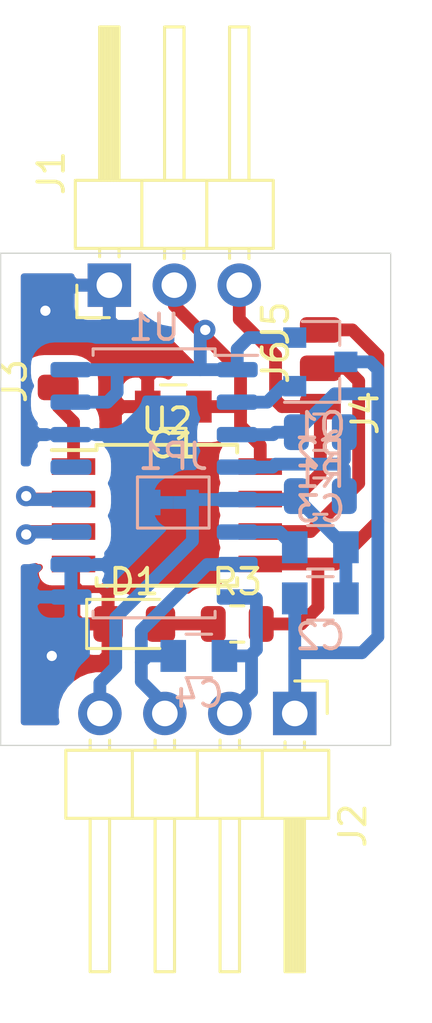
<source format=kicad_pcb>
(kicad_pcb (version 20171130) (host pcbnew "(5.1.5)-2")

  (general
    (thickness 1.6)
    (drawings 4)
    (tracks 112)
    (zones 0)
    (modules 18)
    (nets 17)
  )

  (page A4)
  (layers
    (0 F.Cu signal)
    (31 B.Cu signal)
    (32 B.Adhes user)
    (33 F.Adhes user)
    (34 B.Paste user)
    (35 F.Paste user)
    (36 B.SilkS user hide)
    (37 F.SilkS user hide)
    (38 B.Mask user)
    (39 F.Mask user)
    (40 Dwgs.User user)
    (41 Cmts.User user)
    (42 Eco1.User user)
    (43 Eco2.User user)
    (44 Edge.Cuts user)
    (45 Margin user)
    (46 B.CrtYd user)
    (47 F.CrtYd user)
    (48 B.Fab user)
    (49 F.Fab user)
  )

  (setup
    (last_trace_width 0.5)
    (user_trace_width 0.5)
    (trace_clearance 0.2)
    (zone_clearance 0.762)
    (zone_45_only no)
    (trace_min 0.2)
    (via_size 0.8)
    (via_drill 0.4)
    (via_min_size 0.4)
    (via_min_drill 0.3)
    (user_via 2.5 0.8)
    (uvia_size 0.3)
    (uvia_drill 0.1)
    (uvias_allowed no)
    (uvia_min_size 0.2)
    (uvia_min_drill 0.1)
    (edge_width 0.05)
    (segment_width 0.2)
    (pcb_text_width 0.3)
    (pcb_text_size 1.5 1.5)
    (mod_edge_width 0.12)
    (mod_text_size 1 1)
    (mod_text_width 0.15)
    (pad_size 2 2)
    (pad_drill 0)
    (pad_to_mask_clearance 0.051)
    (solder_mask_min_width 0.25)
    (aux_axis_origin 0 0)
    (visible_elements 7FFFFFFF)
    (pcbplotparams
      (layerselection 0x010fc_ffffffff)
      (usegerberextensions false)
      (usegerberattributes false)
      (usegerberadvancedattributes false)
      (creategerberjobfile false)
      (excludeedgelayer true)
      (linewidth 0.100000)
      (plotframeref false)
      (viasonmask false)
      (mode 1)
      (useauxorigin false)
      (hpglpennumber 1)
      (hpglpenspeed 20)
      (hpglpendiameter 15.000000)
      (psnegative false)
      (psa4output false)
      (plotreference true)
      (plotvalue true)
      (plotinvisibletext false)
      (padsonsilk false)
      (subtractmaskfromsilk false)
      (outputformat 1)
      (mirror false)
      (drillshape 1)
      (scaleselection 1)
      (outputdirectory ""))
  )

  (net 0 "")
  (net 1 VCC)
  (net 2 GND)
  (net 3 VDDA)
  (net 4 "Net-(C3-Pad2)")
  (net 5 INPA)
  (net 6 INNA)
  (net 7 "Net-(D1-Pad2)")
  (net 8 SCK_OUT)
  (net 9 RST)
  (net 10 MOSI)
  (net 11 MISO)
  (net 12 "Net-(Q1-Pad1)")
  (net 13 "Net-(R1-Pad2)")
  (net 14 SCK)
  (net 15 DOUT)
  (net 16 GNDA)

  (net_class Default "This is the default net class."
    (clearance 0.2)
    (trace_width 0.25)
    (via_dia 0.8)
    (via_drill 0.4)
    (uvia_dia 0.3)
    (uvia_drill 0.1)
    (add_net DOUT)
    (add_net GND)
    (add_net GNDA)
    (add_net INNA)
    (add_net INPA)
    (add_net MISO)
    (add_net MOSI)
    (add_net "Net-(C3-Pad2)")
    (add_net "Net-(D1-Pad2)")
    (add_net "Net-(Q1-Pad1)")
    (add_net "Net-(R1-Pad2)")
    (add_net RST)
    (add_net SCK)
    (add_net SCK_OUT)
    (add_net VCC)
    (add_net VDDA)
  )

  (module void_foot:AnalogGND_jumper (layer B.Cu) (tedit 5ED69AD5) (tstamp 5ED6A436)
    (at 93.5 80.75 180)
    (descr "SMD Solder Jumper, 1x1.5mm Pads, 0.3mm gap, bridged with 1 copper strip")
    (tags "solder jumper open")
    (path /5ED82409)
    (zone_connect 2)
    (attr virtual)
    (fp_text reference JP1 (at 0 1.8) (layer B.SilkS)
      (effects (font (size 1 1) (thickness 0.15)) (justify mirror))
    )
    (fp_text value Jumper (at 0 -1.9) (layer B.Fab)
      (effects (font (size 1 1) (thickness 0.15)) (justify mirror))
    )
    (fp_line (start 1.65 -1.25) (end -1.65 -1.25) (layer B.CrtYd) (width 0.05))
    (fp_line (start 1.65 -1.25) (end 1.65 1.25) (layer B.CrtYd) (width 0.05))
    (fp_line (start -1.65 1.25) (end -1.65 -1.25) (layer B.CrtYd) (width 0.05))
    (fp_line (start -1.65 1.25) (end 1.65 1.25) (layer B.CrtYd) (width 0.05))
    (fp_line (start -1.4 1) (end 1.4 1) (layer B.SilkS) (width 0.12))
    (fp_line (start 1.4 1) (end 1.4 -1) (layer B.SilkS) (width 0.12))
    (fp_line (start 1.4 -1) (end -1.4 -1) (layer B.SilkS) (width 0.12))
    (fp_line (start -1.4 -1) (end -1.4 1) (layer B.SilkS) (width 0.12))
    (pad 2 smd rect (at 0.75 0 180) (size 0.5 1) (layers B.Cu B.Mask)
      (net 2 GND) (zone_connect 2))
    (pad 1 smd rect (at -0.75 0 180) (size 0.5 1) (layers B.Cu B.Mask)
      (net 16 GNDA) (zone_connect 2))
    (pad 2 smd rect (at 0.5 0 180) (size 1 0.5) (layers B.Cu B.Mask)
      (net 2 GND) (zone_connect 2))
    (pad 1 smd rect (at -0.5 0 180) (size 1 0.5) (layers B.Cu B.Mask)
      (net 16 GNDA) (zone_connect 2))
  )

  (module LED_SMD:LED_0805_2012Metric_Pad1.15x1.40mm_HandSolder (layer F.Cu) (tedit 5B4B45C9) (tstamp 5ED56464)
    (at 91.975 85.5)
    (descr "LED SMD 0805 (2012 Metric), square (rectangular) end terminal, IPC_7351 nominal, (Body size source: https://docs.google.com/spreadsheets/d/1BsfQQcO9C6DZCsRaXUlFlo91Tg2WpOkGARC1WS5S8t0/edit?usp=sharing), generated with kicad-footprint-generator")
    (tags "LED handsolder")
    (path /5ED6D0F8)
    (attr smd)
    (fp_text reference D1 (at 0 -1.65) (layer F.SilkS)
      (effects (font (size 1 1) (thickness 0.15)))
    )
    (fp_text value LED (at 0 1.65) (layer F.Fab)
      (effects (font (size 1 1) (thickness 0.15)))
    )
    (fp_line (start 1 -0.6) (end -0.7 -0.6) (layer F.Fab) (width 0.1))
    (fp_line (start -0.7 -0.6) (end -1 -0.3) (layer F.Fab) (width 0.1))
    (fp_line (start -1 -0.3) (end -1 0.6) (layer F.Fab) (width 0.1))
    (fp_line (start -1 0.6) (end 1 0.6) (layer F.Fab) (width 0.1))
    (fp_line (start 1 0.6) (end 1 -0.6) (layer F.Fab) (width 0.1))
    (fp_line (start 1 -0.96) (end -1.86 -0.96) (layer F.SilkS) (width 0.12))
    (fp_line (start -1.86 -0.96) (end -1.86 0.96) (layer F.SilkS) (width 0.12))
    (fp_line (start -1.86 0.96) (end 1 0.96) (layer F.SilkS) (width 0.12))
    (fp_line (start -1.85 0.95) (end -1.85 -0.95) (layer F.CrtYd) (width 0.05))
    (fp_line (start -1.85 -0.95) (end 1.85 -0.95) (layer F.CrtYd) (width 0.05))
    (fp_line (start 1.85 -0.95) (end 1.85 0.95) (layer F.CrtYd) (width 0.05))
    (fp_line (start 1.85 0.95) (end -1.85 0.95) (layer F.CrtYd) (width 0.05))
    (fp_text user %R (at 0 0) (layer F.Fab)
      (effects (font (size 0.5 0.5) (thickness 0.08)))
    )
    (pad 1 smd roundrect (at -1.025 0) (size 1.15 1.4) (layers F.Cu F.Paste F.Mask) (roundrect_rratio 0.217391)
      (net 2 GND))
    (pad 2 smd roundrect (at 1.025 0) (size 1.15 1.4) (layers F.Cu F.Paste F.Mask) (roundrect_rratio 0.217391)
      (net 7 "Net-(D1-Pad2)"))
    (model ${KISYS3DMOD}/LED_SMD.3dshapes/LED_0805_2012Metric.wrl
      (at (xyz 0 0 0))
      (scale (xyz 1 1 1))
      (rotate (xyz 0 0 0))
    )
  )

  (module Pin_Headers:Pin_Header_Angled_1x03_Pitch2.54mm (layer F.Cu) (tedit 59650532) (tstamp 5ED55733)
    (at 91 72.25 90)
    (descr "Through hole angled pin header, 1x03, 2.54mm pitch, 6mm pin length, single row")
    (tags "Through hole angled pin header THT 1x03 2.54mm single row")
    (path /5ED56866)
    (fp_text reference J1 (at 4.385 -2.27 90) (layer F.SilkS)
      (effects (font (size 1 1) (thickness 0.15)))
    )
    (fp_text value Conn_01x03_Male (at 4.385 7.35 90) (layer F.Fab)
      (effects (font (size 1 1) (thickness 0.15)))
    )
    (fp_text user %R (at 2.77 2.54) (layer F.Fab)
      (effects (font (size 1 1) (thickness 0.15)))
    )
    (fp_line (start 10.55 -1.8) (end -1.8 -1.8) (layer F.CrtYd) (width 0.05))
    (fp_line (start 10.55 6.85) (end 10.55 -1.8) (layer F.CrtYd) (width 0.05))
    (fp_line (start -1.8 6.85) (end 10.55 6.85) (layer F.CrtYd) (width 0.05))
    (fp_line (start -1.8 -1.8) (end -1.8 6.85) (layer F.CrtYd) (width 0.05))
    (fp_line (start -1.27 -1.27) (end 0 -1.27) (layer F.SilkS) (width 0.12))
    (fp_line (start -1.27 0) (end -1.27 -1.27) (layer F.SilkS) (width 0.12))
    (fp_line (start 1.042929 5.46) (end 1.44 5.46) (layer F.SilkS) (width 0.12))
    (fp_line (start 1.042929 4.7) (end 1.44 4.7) (layer F.SilkS) (width 0.12))
    (fp_line (start 10.1 5.46) (end 4.1 5.46) (layer F.SilkS) (width 0.12))
    (fp_line (start 10.1 4.7) (end 10.1 5.46) (layer F.SilkS) (width 0.12))
    (fp_line (start 4.1 4.7) (end 10.1 4.7) (layer F.SilkS) (width 0.12))
    (fp_line (start 1.44 3.81) (end 4.1 3.81) (layer F.SilkS) (width 0.12))
    (fp_line (start 1.042929 2.92) (end 1.44 2.92) (layer F.SilkS) (width 0.12))
    (fp_line (start 1.042929 2.16) (end 1.44 2.16) (layer F.SilkS) (width 0.12))
    (fp_line (start 10.1 2.92) (end 4.1 2.92) (layer F.SilkS) (width 0.12))
    (fp_line (start 10.1 2.16) (end 10.1 2.92) (layer F.SilkS) (width 0.12))
    (fp_line (start 4.1 2.16) (end 10.1 2.16) (layer F.SilkS) (width 0.12))
    (fp_line (start 1.44 1.27) (end 4.1 1.27) (layer F.SilkS) (width 0.12))
    (fp_line (start 1.11 0.38) (end 1.44 0.38) (layer F.SilkS) (width 0.12))
    (fp_line (start 1.11 -0.38) (end 1.44 -0.38) (layer F.SilkS) (width 0.12))
    (fp_line (start 4.1 0.28) (end 10.1 0.28) (layer F.SilkS) (width 0.12))
    (fp_line (start 4.1 0.16) (end 10.1 0.16) (layer F.SilkS) (width 0.12))
    (fp_line (start 4.1 0.04) (end 10.1 0.04) (layer F.SilkS) (width 0.12))
    (fp_line (start 4.1 -0.08) (end 10.1 -0.08) (layer F.SilkS) (width 0.12))
    (fp_line (start 4.1 -0.2) (end 10.1 -0.2) (layer F.SilkS) (width 0.12))
    (fp_line (start 4.1 -0.32) (end 10.1 -0.32) (layer F.SilkS) (width 0.12))
    (fp_line (start 10.1 0.38) (end 4.1 0.38) (layer F.SilkS) (width 0.12))
    (fp_line (start 10.1 -0.38) (end 10.1 0.38) (layer F.SilkS) (width 0.12))
    (fp_line (start 4.1 -0.38) (end 10.1 -0.38) (layer F.SilkS) (width 0.12))
    (fp_line (start 4.1 -1.33) (end 1.44 -1.33) (layer F.SilkS) (width 0.12))
    (fp_line (start 4.1 6.41) (end 4.1 -1.33) (layer F.SilkS) (width 0.12))
    (fp_line (start 1.44 6.41) (end 4.1 6.41) (layer F.SilkS) (width 0.12))
    (fp_line (start 1.44 -1.33) (end 1.44 6.41) (layer F.SilkS) (width 0.12))
    (fp_line (start 4.04 5.4) (end 10.04 5.4) (layer F.Fab) (width 0.1))
    (fp_line (start 10.04 4.76) (end 10.04 5.4) (layer F.Fab) (width 0.1))
    (fp_line (start 4.04 4.76) (end 10.04 4.76) (layer F.Fab) (width 0.1))
    (fp_line (start -0.32 5.4) (end 1.5 5.4) (layer F.Fab) (width 0.1))
    (fp_line (start -0.32 4.76) (end -0.32 5.4) (layer F.Fab) (width 0.1))
    (fp_line (start -0.32 4.76) (end 1.5 4.76) (layer F.Fab) (width 0.1))
    (fp_line (start 4.04 2.86) (end 10.04 2.86) (layer F.Fab) (width 0.1))
    (fp_line (start 10.04 2.22) (end 10.04 2.86) (layer F.Fab) (width 0.1))
    (fp_line (start 4.04 2.22) (end 10.04 2.22) (layer F.Fab) (width 0.1))
    (fp_line (start -0.32 2.86) (end 1.5 2.86) (layer F.Fab) (width 0.1))
    (fp_line (start -0.32 2.22) (end -0.32 2.86) (layer F.Fab) (width 0.1))
    (fp_line (start -0.32 2.22) (end 1.5 2.22) (layer F.Fab) (width 0.1))
    (fp_line (start 4.04 0.32) (end 10.04 0.32) (layer F.Fab) (width 0.1))
    (fp_line (start 10.04 -0.32) (end 10.04 0.32) (layer F.Fab) (width 0.1))
    (fp_line (start 4.04 -0.32) (end 10.04 -0.32) (layer F.Fab) (width 0.1))
    (fp_line (start -0.32 0.32) (end 1.5 0.32) (layer F.Fab) (width 0.1))
    (fp_line (start -0.32 -0.32) (end -0.32 0.32) (layer F.Fab) (width 0.1))
    (fp_line (start -0.32 -0.32) (end 1.5 -0.32) (layer F.Fab) (width 0.1))
    (fp_line (start 1.5 -0.635) (end 2.135 -1.27) (layer F.Fab) (width 0.1))
    (fp_line (start 1.5 6.35) (end 1.5 -0.635) (layer F.Fab) (width 0.1))
    (fp_line (start 4.04 6.35) (end 1.5 6.35) (layer F.Fab) (width 0.1))
    (fp_line (start 4.04 -1.27) (end 4.04 6.35) (layer F.Fab) (width 0.1))
    (fp_line (start 2.135 -1.27) (end 4.04 -1.27) (layer F.Fab) (width 0.1))
    (pad 3 thru_hole oval (at 0 5.08 90) (size 1.7 1.7) (drill 1) (layers *.Cu *.Mask)
      (net 8 SCK_OUT))
    (pad 2 thru_hole oval (at 0 2.54 90) (size 1.7 1.7) (drill 1) (layers *.Cu *.Mask)
      (net 1 VCC))
    (pad 1 thru_hole rect (at 0 0 90) (size 1.7 1.7) (drill 1) (layers *.Cu *.Mask)
      (net 2 GND))
    (model ${KISYS3DMOD}/Pin_Headers.3dshapes/Pin_Header_Angled_1x03_Pitch2.54mm.wrl
      (at (xyz 0 0 0))
      (scale (xyz 1 1 1))
      (rotate (xyz 0 0 0))
    )
  )

  (module Pin_Headers:Pin_Header_Angled_1x04_Pitch2.54mm (layer F.Cu) (tedit 59650532) (tstamp 5ED585D4)
    (at 98.25 89 270)
    (descr "Through hole angled pin header, 1x04, 2.54mm pitch, 6mm pin length, single row")
    (tags "Through hole angled pin header THT 1x04 2.54mm single row")
    (path /5ED55F90)
    (fp_text reference J2 (at 4.385 -2.27 90) (layer F.SilkS)
      (effects (font (size 1 1) (thickness 0.15)))
    )
    (fp_text value Conn_01x04_Female (at 4.385 9.89 90) (layer F.Fab)
      (effects (font (size 1 1) (thickness 0.15)))
    )
    (fp_text user %R (at 2.77 3.81) (layer F.Fab)
      (effects (font (size 1 1) (thickness 0.15)))
    )
    (fp_line (start 10.55 -1.8) (end -1.8 -1.8) (layer F.CrtYd) (width 0.05))
    (fp_line (start 10.55 9.4) (end 10.55 -1.8) (layer F.CrtYd) (width 0.05))
    (fp_line (start -1.8 9.4) (end 10.55 9.4) (layer F.CrtYd) (width 0.05))
    (fp_line (start -1.8 -1.8) (end -1.8 9.4) (layer F.CrtYd) (width 0.05))
    (fp_line (start -1.27 -1.27) (end 0 -1.27) (layer F.SilkS) (width 0.12))
    (fp_line (start -1.27 0) (end -1.27 -1.27) (layer F.SilkS) (width 0.12))
    (fp_line (start 1.042929 8) (end 1.44 8) (layer F.SilkS) (width 0.12))
    (fp_line (start 1.042929 7.24) (end 1.44 7.24) (layer F.SilkS) (width 0.12))
    (fp_line (start 10.1 8) (end 4.1 8) (layer F.SilkS) (width 0.12))
    (fp_line (start 10.1 7.24) (end 10.1 8) (layer F.SilkS) (width 0.12))
    (fp_line (start 4.1 7.24) (end 10.1 7.24) (layer F.SilkS) (width 0.12))
    (fp_line (start 1.44 6.35) (end 4.1 6.35) (layer F.SilkS) (width 0.12))
    (fp_line (start 1.042929 5.46) (end 1.44 5.46) (layer F.SilkS) (width 0.12))
    (fp_line (start 1.042929 4.7) (end 1.44 4.7) (layer F.SilkS) (width 0.12))
    (fp_line (start 10.1 5.46) (end 4.1 5.46) (layer F.SilkS) (width 0.12))
    (fp_line (start 10.1 4.7) (end 10.1 5.46) (layer F.SilkS) (width 0.12))
    (fp_line (start 4.1 4.7) (end 10.1 4.7) (layer F.SilkS) (width 0.12))
    (fp_line (start 1.44 3.81) (end 4.1 3.81) (layer F.SilkS) (width 0.12))
    (fp_line (start 1.042929 2.92) (end 1.44 2.92) (layer F.SilkS) (width 0.12))
    (fp_line (start 1.042929 2.16) (end 1.44 2.16) (layer F.SilkS) (width 0.12))
    (fp_line (start 10.1 2.92) (end 4.1 2.92) (layer F.SilkS) (width 0.12))
    (fp_line (start 10.1 2.16) (end 10.1 2.92) (layer F.SilkS) (width 0.12))
    (fp_line (start 4.1 2.16) (end 10.1 2.16) (layer F.SilkS) (width 0.12))
    (fp_line (start 1.44 1.27) (end 4.1 1.27) (layer F.SilkS) (width 0.12))
    (fp_line (start 1.11 0.38) (end 1.44 0.38) (layer F.SilkS) (width 0.12))
    (fp_line (start 1.11 -0.38) (end 1.44 -0.38) (layer F.SilkS) (width 0.12))
    (fp_line (start 4.1 0.28) (end 10.1 0.28) (layer F.SilkS) (width 0.12))
    (fp_line (start 4.1 0.16) (end 10.1 0.16) (layer F.SilkS) (width 0.12))
    (fp_line (start 4.1 0.04) (end 10.1 0.04) (layer F.SilkS) (width 0.12))
    (fp_line (start 4.1 -0.08) (end 10.1 -0.08) (layer F.SilkS) (width 0.12))
    (fp_line (start 4.1 -0.2) (end 10.1 -0.2) (layer F.SilkS) (width 0.12))
    (fp_line (start 4.1 -0.32) (end 10.1 -0.32) (layer F.SilkS) (width 0.12))
    (fp_line (start 10.1 0.38) (end 4.1 0.38) (layer F.SilkS) (width 0.12))
    (fp_line (start 10.1 -0.38) (end 10.1 0.38) (layer F.SilkS) (width 0.12))
    (fp_line (start 4.1 -0.38) (end 10.1 -0.38) (layer F.SilkS) (width 0.12))
    (fp_line (start 4.1 -1.33) (end 1.44 -1.33) (layer F.SilkS) (width 0.12))
    (fp_line (start 4.1 8.95) (end 4.1 -1.33) (layer F.SilkS) (width 0.12))
    (fp_line (start 1.44 8.95) (end 4.1 8.95) (layer F.SilkS) (width 0.12))
    (fp_line (start 1.44 -1.33) (end 1.44 8.95) (layer F.SilkS) (width 0.12))
    (fp_line (start 4.04 7.94) (end 10.04 7.94) (layer F.Fab) (width 0.1))
    (fp_line (start 10.04 7.3) (end 10.04 7.94) (layer F.Fab) (width 0.1))
    (fp_line (start 4.04 7.3) (end 10.04 7.3) (layer F.Fab) (width 0.1))
    (fp_line (start -0.32 7.94) (end 1.5 7.94) (layer F.Fab) (width 0.1))
    (fp_line (start -0.32 7.3) (end -0.32 7.94) (layer F.Fab) (width 0.1))
    (fp_line (start -0.32 7.3) (end 1.5 7.3) (layer F.Fab) (width 0.1))
    (fp_line (start 4.04 5.4) (end 10.04 5.4) (layer F.Fab) (width 0.1))
    (fp_line (start 10.04 4.76) (end 10.04 5.4) (layer F.Fab) (width 0.1))
    (fp_line (start 4.04 4.76) (end 10.04 4.76) (layer F.Fab) (width 0.1))
    (fp_line (start -0.32 5.4) (end 1.5 5.4) (layer F.Fab) (width 0.1))
    (fp_line (start -0.32 4.76) (end -0.32 5.4) (layer F.Fab) (width 0.1))
    (fp_line (start -0.32 4.76) (end 1.5 4.76) (layer F.Fab) (width 0.1))
    (fp_line (start 4.04 2.86) (end 10.04 2.86) (layer F.Fab) (width 0.1))
    (fp_line (start 10.04 2.22) (end 10.04 2.86) (layer F.Fab) (width 0.1))
    (fp_line (start 4.04 2.22) (end 10.04 2.22) (layer F.Fab) (width 0.1))
    (fp_line (start -0.32 2.86) (end 1.5 2.86) (layer F.Fab) (width 0.1))
    (fp_line (start -0.32 2.22) (end -0.32 2.86) (layer F.Fab) (width 0.1))
    (fp_line (start -0.32 2.22) (end 1.5 2.22) (layer F.Fab) (width 0.1))
    (fp_line (start 4.04 0.32) (end 10.04 0.32) (layer F.Fab) (width 0.1))
    (fp_line (start 10.04 -0.32) (end 10.04 0.32) (layer F.Fab) (width 0.1))
    (fp_line (start 4.04 -0.32) (end 10.04 -0.32) (layer F.Fab) (width 0.1))
    (fp_line (start -0.32 0.32) (end 1.5 0.32) (layer F.Fab) (width 0.1))
    (fp_line (start -0.32 -0.32) (end -0.32 0.32) (layer F.Fab) (width 0.1))
    (fp_line (start -0.32 -0.32) (end 1.5 -0.32) (layer F.Fab) (width 0.1))
    (fp_line (start 1.5 -0.635) (end 2.135 -1.27) (layer F.Fab) (width 0.1))
    (fp_line (start 1.5 8.89) (end 1.5 -0.635) (layer F.Fab) (width 0.1))
    (fp_line (start 4.04 8.89) (end 1.5 8.89) (layer F.Fab) (width 0.1))
    (fp_line (start 4.04 -1.27) (end 4.04 8.89) (layer F.Fab) (width 0.1))
    (fp_line (start 2.135 -1.27) (end 4.04 -1.27) (layer F.Fab) (width 0.1))
    (pad 4 thru_hole oval (at 0 7.62 270) (size 1.7 1.7) (drill 1) (layers *.Cu *.Mask)
      (net 16 GNDA))
    (pad 3 thru_hole oval (at 0 5.08 270) (size 1.7 1.7) (drill 1) (layers *.Cu *.Mask)
      (net 6 INNA))
    (pad 2 thru_hole oval (at 0 2.54 270) (size 1.7 1.7) (drill 1) (layers *.Cu *.Mask)
      (net 5 INPA))
    (pad 1 thru_hole rect (at 0 0 270) (size 1.7 1.7) (drill 1) (layers *.Cu *.Mask)
      (net 3 VDDA))
    (model ${KISYS3DMOD}/Pin_Headers.3dshapes/Pin_Header_Angled_1x04_Pitch2.54mm.wrl
      (at (xyz 0 0 0))
      (scale (xyz 1 1 1))
      (rotate (xyz 0 0 0))
    )
  )

  (module TO_SOT_Packages_SMD:SOT-23 (layer B.Cu) (tedit 58CE4E7E) (tstamp 5ED557B9)
    (at 99.25 75.25)
    (descr "SOT-23, Standard")
    (tags SOT-23)
    (path /5ED5A07F)
    (attr smd)
    (fp_text reference Q1 (at 0 2.5) (layer B.SilkS)
      (effects (font (size 1 1) (thickness 0.15)) (justify mirror))
    )
    (fp_text value Q_PNP_BEC (at 0 -2.5) (layer B.Fab)
      (effects (font (size 1 1) (thickness 0.15)) (justify mirror))
    )
    (fp_line (start 0.76 -1.58) (end -0.7 -1.58) (layer B.SilkS) (width 0.12))
    (fp_line (start 0.76 1.58) (end -1.4 1.58) (layer B.SilkS) (width 0.12))
    (fp_line (start -1.7 -1.75) (end -1.7 1.75) (layer B.CrtYd) (width 0.05))
    (fp_line (start 1.7 -1.75) (end -1.7 -1.75) (layer B.CrtYd) (width 0.05))
    (fp_line (start 1.7 1.75) (end 1.7 -1.75) (layer B.CrtYd) (width 0.05))
    (fp_line (start -1.7 1.75) (end 1.7 1.75) (layer B.CrtYd) (width 0.05))
    (fp_line (start 0.76 1.58) (end 0.76 0.65) (layer B.SilkS) (width 0.12))
    (fp_line (start 0.76 -1.58) (end 0.76 -0.65) (layer B.SilkS) (width 0.12))
    (fp_line (start -0.7 -1.52) (end 0.7 -1.52) (layer B.Fab) (width 0.1))
    (fp_line (start 0.7 1.52) (end 0.7 -1.52) (layer B.Fab) (width 0.1))
    (fp_line (start -0.7 0.95) (end -0.15 1.52) (layer B.Fab) (width 0.1))
    (fp_line (start -0.15 1.52) (end 0.7 1.52) (layer B.Fab) (width 0.1))
    (fp_line (start -0.7 0.95) (end -0.7 -1.5) (layer B.Fab) (width 0.1))
    (fp_text user %R (at 0 0 -90) (layer B.Fab)
      (effects (font (size 0.5 0.5) (thickness 0.075)) (justify mirror))
    )
    (pad 3 smd rect (at 1 0) (size 0.9 0.8) (layers B.Cu B.Paste B.Mask)
      (net 3 VDDA))
    (pad 2 smd rect (at -1 -0.95) (size 0.9 0.8) (layers B.Cu B.Paste B.Mask)
      (net 1 VCC))
    (pad 1 smd rect (at -1 0.95) (size 0.9 0.8) (layers B.Cu B.Paste B.Mask)
      (net 12 "Net-(Q1-Pad1)"))
    (model ${KISYS3DMOD}/TO_SOT_Packages_SMD.3dshapes/SOT-23.wrl
      (at (xyz 0 0 0))
      (scale (xyz 1 1 1))
      (rotate (xyz 0 0 0))
    )
  )

  (module Capacitors_SMD:C_0805 (layer F.Cu) (tedit 58AA8463) (tstamp 5ED56912)
    (at 93.5 77 180)
    (descr "Capacitor SMD 0805, reflow soldering, AVX (see smccp.pdf)")
    (tags "capacitor 0805")
    (path /5ED6E7F7)
    (attr smd)
    (fp_text reference C1 (at 0 -1.5) (layer F.SilkS)
      (effects (font (size 1 1) (thickness 0.15)))
    )
    (fp_text value 4.7u (at 0 1.75) (layer F.Fab)
      (effects (font (size 1 1) (thickness 0.15)))
    )
    (fp_text user %R (at 0 -1.5) (layer F.Fab)
      (effects (font (size 1 1) (thickness 0.15)))
    )
    (fp_line (start -1 0.62) (end -1 -0.62) (layer F.Fab) (width 0.1))
    (fp_line (start 1 0.62) (end -1 0.62) (layer F.Fab) (width 0.1))
    (fp_line (start 1 -0.62) (end 1 0.62) (layer F.Fab) (width 0.1))
    (fp_line (start -1 -0.62) (end 1 -0.62) (layer F.Fab) (width 0.1))
    (fp_line (start 0.5 -0.85) (end -0.5 -0.85) (layer F.SilkS) (width 0.12))
    (fp_line (start -0.5 0.85) (end 0.5 0.85) (layer F.SilkS) (width 0.12))
    (fp_line (start -1.75 -0.88) (end 1.75 -0.88) (layer F.CrtYd) (width 0.05))
    (fp_line (start -1.75 -0.88) (end -1.75 0.87) (layer F.CrtYd) (width 0.05))
    (fp_line (start 1.75 0.87) (end 1.75 -0.88) (layer F.CrtYd) (width 0.05))
    (fp_line (start 1.75 0.87) (end -1.75 0.87) (layer F.CrtYd) (width 0.05))
    (pad 1 smd rect (at -1 0 180) (size 1 1.25) (layers F.Cu F.Paste F.Mask)
      (net 1 VCC))
    (pad 2 smd rect (at 1 0 180) (size 1 1.25) (layers F.Cu F.Paste F.Mask)
      (net 2 GND))
    (model Capacitors_SMD.3dshapes/C_0805.wrl
      (at (xyz 0 0 0))
      (scale (xyz 1 1 1))
      (rotate (xyz 0 0 0))
    )
  )

  (module Capacitors_SMD:C_0805 (layer B.Cu) (tedit 58AA8463) (tstamp 5ED56922)
    (at 99.25 84.5)
    (descr "Capacitor SMD 0805, reflow soldering, AVX (see smccp.pdf)")
    (tags "capacitor 0805")
    (path /5EDB36A8)
    (attr smd)
    (fp_text reference C2 (at 0 1.5) (layer B.SilkS)
      (effects (font (size 1 1) (thickness 0.15)) (justify mirror))
    )
    (fp_text value 1u (at 0 -1.75) (layer B.Fab)
      (effects (font (size 1 1) (thickness 0.15)) (justify mirror))
    )
    (fp_text user %R (at 0 1.5) (layer B.Fab)
      (effects (font (size 1 1) (thickness 0.15)) (justify mirror))
    )
    (fp_line (start -1 -0.62) (end -1 0.62) (layer B.Fab) (width 0.1))
    (fp_line (start 1 -0.62) (end -1 -0.62) (layer B.Fab) (width 0.1))
    (fp_line (start 1 0.62) (end 1 -0.62) (layer B.Fab) (width 0.1))
    (fp_line (start -1 0.62) (end 1 0.62) (layer B.Fab) (width 0.1))
    (fp_line (start 0.5 0.85) (end -0.5 0.85) (layer B.SilkS) (width 0.12))
    (fp_line (start -0.5 -0.85) (end 0.5 -0.85) (layer B.SilkS) (width 0.12))
    (fp_line (start -1.75 0.88) (end 1.75 0.88) (layer B.CrtYd) (width 0.05))
    (fp_line (start -1.75 0.88) (end -1.75 -0.87) (layer B.CrtYd) (width 0.05))
    (fp_line (start 1.75 -0.87) (end 1.75 0.88) (layer B.CrtYd) (width 0.05))
    (fp_line (start 1.75 -0.87) (end -1.75 -0.87) (layer B.CrtYd) (width 0.05))
    (pad 1 smd rect (at -1 0) (size 1 1.25) (layers B.Cu B.Paste B.Mask)
      (net 3 VDDA))
    (pad 2 smd rect (at 1 0) (size 1 1.25) (layers B.Cu B.Paste B.Mask)
      (net 16 GNDA))
    (model Capacitors_SMD.3dshapes/C_0805.wrl
      (at (xyz 0 0 0))
      (scale (xyz 1 1 1))
      (rotate (xyz 0 0 0))
    )
  )

  (module Capacitors_SMD:C_0805 (layer B.Cu) (tedit 58AA8463) (tstamp 5ED56932)
    (at 99.25 82.5 180)
    (descr "Capacitor SMD 0805, reflow soldering, AVX (see smccp.pdf)")
    (tags "capacitor 0805")
    (path /5EDB3C6B)
    (attr smd)
    (fp_text reference C3 (at 0 1.5) (layer B.SilkS)
      (effects (font (size 1 1) (thickness 0.15)) (justify mirror))
    )
    (fp_text value 1u (at 0 -1.75) (layer B.Fab)
      (effects (font (size 1 1) (thickness 0.15)) (justify mirror))
    )
    (fp_line (start 1.75 -0.87) (end -1.75 -0.87) (layer B.CrtYd) (width 0.05))
    (fp_line (start 1.75 -0.87) (end 1.75 0.88) (layer B.CrtYd) (width 0.05))
    (fp_line (start -1.75 0.88) (end -1.75 -0.87) (layer B.CrtYd) (width 0.05))
    (fp_line (start -1.75 0.88) (end 1.75 0.88) (layer B.CrtYd) (width 0.05))
    (fp_line (start -0.5 -0.85) (end 0.5 -0.85) (layer B.SilkS) (width 0.12))
    (fp_line (start 0.5 0.85) (end -0.5 0.85) (layer B.SilkS) (width 0.12))
    (fp_line (start -1 0.62) (end 1 0.62) (layer B.Fab) (width 0.1))
    (fp_line (start 1 0.62) (end 1 -0.62) (layer B.Fab) (width 0.1))
    (fp_line (start 1 -0.62) (end -1 -0.62) (layer B.Fab) (width 0.1))
    (fp_line (start -1 -0.62) (end -1 0.62) (layer B.Fab) (width 0.1))
    (fp_text user %R (at 0 1.5) (layer B.Fab)
      (effects (font (size 1 1) (thickness 0.15)) (justify mirror))
    )
    (pad 2 smd rect (at 1 0 180) (size 1 1.25) (layers B.Cu B.Paste B.Mask)
      (net 4 "Net-(C3-Pad2)"))
    (pad 1 smd rect (at -1 0 180) (size 1 1.25) (layers B.Cu B.Paste B.Mask)
      (net 16 GNDA))
    (model Capacitors_SMD.3dshapes/C_0805.wrl
      (at (xyz 0 0 0))
      (scale (xyz 1 1 1))
      (rotate (xyz 0 0 0))
    )
  )

  (module Capacitors_SMD:C_0805 (layer B.Cu) (tedit 58AA8463) (tstamp 5ED56942)
    (at 94.5 86.75)
    (descr "Capacitor SMD 0805, reflow soldering, AVX (see smccp.pdf)")
    (tags "capacitor 0805")
    (path /5ED595C2)
    (attr smd)
    (fp_text reference C4 (at 0 1.5) (layer B.SilkS)
      (effects (font (size 1 1) (thickness 0.15)) (justify mirror))
    )
    (fp_text value 0.1u (at 0 -1.75) (layer B.Fab)
      (effects (font (size 1 1) (thickness 0.15)) (justify mirror))
    )
    (fp_line (start 1.75 -0.87) (end -1.75 -0.87) (layer B.CrtYd) (width 0.05))
    (fp_line (start 1.75 -0.87) (end 1.75 0.88) (layer B.CrtYd) (width 0.05))
    (fp_line (start -1.75 0.88) (end -1.75 -0.87) (layer B.CrtYd) (width 0.05))
    (fp_line (start -1.75 0.88) (end 1.75 0.88) (layer B.CrtYd) (width 0.05))
    (fp_line (start -0.5 -0.85) (end 0.5 -0.85) (layer B.SilkS) (width 0.12))
    (fp_line (start 0.5 0.85) (end -0.5 0.85) (layer B.SilkS) (width 0.12))
    (fp_line (start -1 0.62) (end 1 0.62) (layer B.Fab) (width 0.1))
    (fp_line (start 1 0.62) (end 1 -0.62) (layer B.Fab) (width 0.1))
    (fp_line (start 1 -0.62) (end -1 -0.62) (layer B.Fab) (width 0.1))
    (fp_line (start -1 -0.62) (end -1 0.62) (layer B.Fab) (width 0.1))
    (fp_text user %R (at 0 1.5) (layer B.Fab)
      (effects (font (size 1 1) (thickness 0.15)) (justify mirror))
    )
    (pad 2 smd rect (at 1 0) (size 1 1.25) (layers B.Cu B.Paste B.Mask)
      (net 5 INPA))
    (pad 1 smd rect (at -1 0) (size 1 1.25) (layers B.Cu B.Paste B.Mask)
      (net 6 INNA))
    (model Capacitors_SMD.3dshapes/C_0805.wrl
      (at (xyz 0 0 0))
      (scale (xyz 1 1 1))
      (rotate (xyz 0 0 0))
    )
  )

  (module Resistors_SMD:R_0805_2012Metric (layer B.Cu) (tedit 5B36C52B) (tstamp 5ED57F42)
    (at 99.25 78)
    (descr "Resistor SMD 0805 (2012 Metric), square (rectangular) end terminal, IPC_7351 nominal, (Body size source: https://docs.google.com/spreadsheets/d/1BsfQQcO9C6DZCsRaXUlFlo91Tg2WpOkGARC1WS5S8t0/edit?usp=sharing), generated with kicad-footprint-generator")
    (tags resistor)
    (path /5EDAAABD)
    (attr smd)
    (fp_text reference R1 (at 0 1.65) (layer B.SilkS)
      (effects (font (size 1 1) (thickness 0.15)) (justify mirror))
    )
    (fp_text value 22k (at 0 -1.65) (layer B.Fab)
      (effects (font (size 1 1) (thickness 0.15)) (justify mirror))
    )
    (fp_line (start -1 -0.6) (end -1 0.6) (layer B.Fab) (width 0.1))
    (fp_line (start -1 0.6) (end 1 0.6) (layer B.Fab) (width 0.1))
    (fp_line (start 1 0.6) (end 1 -0.6) (layer B.Fab) (width 0.1))
    (fp_line (start 1 -0.6) (end -1 -0.6) (layer B.Fab) (width 0.1))
    (fp_line (start -0.258578 0.71) (end 0.258578 0.71) (layer B.SilkS) (width 0.12))
    (fp_line (start -0.258578 -0.71) (end 0.258578 -0.71) (layer B.SilkS) (width 0.12))
    (fp_line (start -1.68 -0.95) (end -1.68 0.95) (layer B.CrtYd) (width 0.05))
    (fp_line (start -1.68 0.95) (end 1.68 0.95) (layer B.CrtYd) (width 0.05))
    (fp_line (start 1.68 0.95) (end 1.68 -0.95) (layer B.CrtYd) (width 0.05))
    (fp_line (start 1.68 -0.95) (end -1.68 -0.95) (layer B.CrtYd) (width 0.05))
    (fp_text user %R (at 0 0) (layer B.Fab)
      (effects (font (size 0.5 0.5) (thickness 0.08)) (justify mirror))
    )
    (pad 1 smd roundrect (at -0.9375 0) (size 0.975 1.4) (layers B.Cu B.Paste B.Mask) (roundrect_rratio 0.25)
      (net 3 VDDA))
    (pad 2 smd roundrect (at 0.9375 0) (size 0.975 1.4) (layers B.Cu B.Paste B.Mask) (roundrect_rratio 0.25)
      (net 13 "Net-(R1-Pad2)"))
    (model ${KISYS3DMOD}/Resistor_SMD.3dshapes/R_0805_2012Metric.wrl
      (at (xyz 0 0 0))
      (scale (xyz 1 1 1))
      (rotate (xyz 0 0 0))
    )
  )

  (module Resistors_SMD:R_0805_2012Metric (layer B.Cu) (tedit 5B36C52B) (tstamp 5ED663CF)
    (at 99.25 80.5 180)
    (descr "Resistor SMD 0805 (2012 Metric), square (rectangular) end terminal, IPC_7351 nominal, (Body size source: https://docs.google.com/spreadsheets/d/1BsfQQcO9C6DZCsRaXUlFlo91Tg2WpOkGARC1WS5S8t0/edit?usp=sharing), generated with kicad-footprint-generator")
    (tags resistor)
    (path /5EDAAFA5)
    (attr smd)
    (fp_text reference R2 (at 0 1.65) (layer B.SilkS)
      (effects (font (size 1 1) (thickness 0.15)) (justify mirror))
    )
    (fp_text value 8k2 (at 0 -1.65) (layer B.Fab)
      (effects (font (size 1 1) (thickness 0.15)) (justify mirror))
    )
    (fp_line (start -1 -0.6) (end -1 0.6) (layer B.Fab) (width 0.1))
    (fp_line (start -1 0.6) (end 1 0.6) (layer B.Fab) (width 0.1))
    (fp_line (start 1 0.6) (end 1 -0.6) (layer B.Fab) (width 0.1))
    (fp_line (start 1 -0.6) (end -1 -0.6) (layer B.Fab) (width 0.1))
    (fp_line (start -0.258578 0.71) (end 0.258578 0.71) (layer B.SilkS) (width 0.12))
    (fp_line (start -0.258578 -0.71) (end 0.258578 -0.71) (layer B.SilkS) (width 0.12))
    (fp_line (start -1.68 -0.95) (end -1.68 0.95) (layer B.CrtYd) (width 0.05))
    (fp_line (start -1.68 0.95) (end 1.68 0.95) (layer B.CrtYd) (width 0.05))
    (fp_line (start 1.68 0.95) (end 1.68 -0.95) (layer B.CrtYd) (width 0.05))
    (fp_line (start 1.68 -0.95) (end -1.68 -0.95) (layer B.CrtYd) (width 0.05))
    (fp_text user %R (at 0 0) (layer B.Fab)
      (effects (font (size 0.5 0.5) (thickness 0.08)) (justify mirror))
    )
    (pad 1 smd roundrect (at -0.9375 0 180) (size 0.975 1.4) (layers B.Cu B.Paste B.Mask) (roundrect_rratio 0.25)
      (net 13 "Net-(R1-Pad2)"))
    (pad 2 smd roundrect (at 0.9375 0 180) (size 0.975 1.4) (layers B.Cu B.Paste B.Mask) (roundrect_rratio 0.25)
      (net 16 GNDA))
    (model ${KISYS3DMOD}/Resistor_SMD.3dshapes/R_0805_2012Metric.wrl
      (at (xyz 0 0 0))
      (scale (xyz 1 1 1))
      (rotate (xyz 0 0 0))
    )
  )

  (module Resistors_SMD:R_0805_2012Metric (layer F.Cu) (tedit 5B36C52B) (tstamp 5ED56972)
    (at 96 85.5)
    (descr "Resistor SMD 0805 (2012 Metric), square (rectangular) end terminal, IPC_7351 nominal, (Body size source: https://docs.google.com/spreadsheets/d/1BsfQQcO9C6DZCsRaXUlFlo91Tg2WpOkGARC1WS5S8t0/edit?usp=sharing), generated with kicad-footprint-generator")
    (tags resistor)
    (path /5ED57DDC)
    (attr smd)
    (fp_text reference R3 (at 0 -1.65) (layer F.SilkS)
      (effects (font (size 1 1) (thickness 0.15)))
    )
    (fp_text value 2k2 (at 0 1.65) (layer F.Fab)
      (effects (font (size 1 1) (thickness 0.15)))
    )
    (fp_text user %R (at 0 0) (layer F.Fab)
      (effects (font (size 0.5 0.5) (thickness 0.08)))
    )
    (fp_line (start 1.68 0.95) (end -1.68 0.95) (layer F.CrtYd) (width 0.05))
    (fp_line (start 1.68 -0.95) (end 1.68 0.95) (layer F.CrtYd) (width 0.05))
    (fp_line (start -1.68 -0.95) (end 1.68 -0.95) (layer F.CrtYd) (width 0.05))
    (fp_line (start -1.68 0.95) (end -1.68 -0.95) (layer F.CrtYd) (width 0.05))
    (fp_line (start -0.258578 0.71) (end 0.258578 0.71) (layer F.SilkS) (width 0.12))
    (fp_line (start -0.258578 -0.71) (end 0.258578 -0.71) (layer F.SilkS) (width 0.12))
    (fp_line (start 1 0.6) (end -1 0.6) (layer F.Fab) (width 0.1))
    (fp_line (start 1 -0.6) (end 1 0.6) (layer F.Fab) (width 0.1))
    (fp_line (start -1 -0.6) (end 1 -0.6) (layer F.Fab) (width 0.1))
    (fp_line (start -1 0.6) (end -1 -0.6) (layer F.Fab) (width 0.1))
    (pad 2 smd roundrect (at 0.9375 0) (size 0.975 1.4) (layers F.Cu F.Paste F.Mask) (roundrect_rratio 0.25)
      (net 10 MOSI))
    (pad 1 smd roundrect (at -0.9375 0) (size 0.975 1.4) (layers F.Cu F.Paste F.Mask) (roundrect_rratio 0.25)
      (net 7 "Net-(D1-Pad2)"))
    (model ${KISYS3DMOD}/Resistor_SMD.3dshapes/R_0805_2012Metric.wrl
      (at (xyz 0 0 0))
      (scale (xyz 1 1 1))
      (rotate (xyz 0 0 0))
    )
  )

  (module void_foot:SMD_wire_conn (layer F.Cu) (tedit 5ED5573F) (tstamp 5ED57918)
    (at 89 76.25 90)
    (path /5ED5C09A)
    (fp_text reference J3 (at 0.25 -1.75 90) (layer F.SilkS)
      (effects (font (size 1 1) (thickness 0.15)))
    )
    (fp_text value Conn_01x01_Female (at 0 1.5 90) (layer F.Fab) hide
      (effects (font (size 1 1) (thickness 0.15)))
    )
    (pad 1 smd roundrect (at 0 0 90) (size 1 1.6) (layers F.Cu F.Paste F.Mask) (roundrect_rratio 0.25)
      (net 9 RST))
  )

  (module void_foot:SMD_wire_conn (layer F.Cu) (tedit 5ED5573F) (tstamp 5ED5791C)
    (at 99.25 77 270)
    (path /5ED5BD84)
    (fp_text reference J4 (at 0.25 -1.75 90) (layer F.SilkS)
      (effects (font (size 1 1) (thickness 0.15)))
    )
    (fp_text value Conn_01x01_Female (at 0 1.5 90) (layer F.Fab) hide
      (effects (font (size 1 1) (thickness 0.15)))
    )
    (pad 1 smd roundrect (at 0 0 270) (size 1 1.6) (layers F.Cu F.Paste F.Mask) (roundrect_rratio 0.25)
      (net 8 SCK_OUT))
  )

  (module void_foot:SMD_wire_conn (layer F.Cu) (tedit 5ED5573F) (tstamp 5ED57920)
    (at 99.25 74 90)
    (path /5ED5B718)
    (fp_text reference J5 (at 0.25 -1.75 90) (layer F.SilkS)
      (effects (font (size 1 1) (thickness 0.15)))
    )
    (fp_text value Conn_01x01_Female (at 0 1.5 90) (layer F.Fab) hide
      (effects (font (size 1 1) (thickness 0.15)))
    )
    (pad 1 smd roundrect (at 0 0 90) (size 1 1.6) (layers F.Cu F.Paste F.Mask) (roundrect_rratio 0.25)
      (net 10 MOSI))
  )

  (module void_foot:SMD_wire_conn (layer F.Cu) (tedit 5ED5573F) (tstamp 5ED57924)
    (at 99.25 75.5 90)
    (path /5ED631E7)
    (fp_text reference J6 (at 0.25 -1.75 90) (layer F.SilkS)
      (effects (font (size 1 1) (thickness 0.15)))
    )
    (fp_text value Conn_01x01_Female (at 0 1.5 90) (layer F.Fab) hide
      (effects (font (size 1 1) (thickness 0.15)))
    )
    (pad 1 smd roundrect (at 0 0 90) (size 1 1.6) (layers F.Cu F.Paste F.Mask) (roundrect_rratio 0.25)
      (net 11 MISO))
  )

  (module Package_SO:SOP-16_4.55x10.3mm_P1.27mm (layer B.Cu) (tedit 5D9F72B1) (tstamp 5ED65C14)
    (at 92.75 80 180)
    (descr "SOP, 16 Pin (https://toshiba.semicon-storage.com/info/docget.jsp?did=12855&prodName=TLP290-4), generated with kicad-footprint-generator ipc_gullwing_generator.py")
    (tags "SOP SO")
    (path /5ED828C5)
    (attr smd)
    (fp_text reference U1 (at 0 6.1) (layer B.SilkS)
      (effects (font (size 1 1) (thickness 0.15)) (justify mirror))
    )
    (fp_text value HX711 (at 0 -6.1) (layer B.Fab)
      (effects (font (size 1 1) (thickness 0.15)) (justify mirror))
    )
    (fp_line (start 0 -5.26) (end 2.385 -5.26) (layer B.SilkS) (width 0.12))
    (fp_line (start 2.385 -5.26) (end 2.385 -5.005) (layer B.SilkS) (width 0.12))
    (fp_line (start 0 -5.26) (end -2.385 -5.26) (layer B.SilkS) (width 0.12))
    (fp_line (start -2.385 -5.26) (end -2.385 -5.005) (layer B.SilkS) (width 0.12))
    (fp_line (start 0 5.26) (end 2.385 5.26) (layer B.SilkS) (width 0.12))
    (fp_line (start 2.385 5.26) (end 2.385 5.005) (layer B.SilkS) (width 0.12))
    (fp_line (start 0 5.26) (end -2.385 5.26) (layer B.SilkS) (width 0.12))
    (fp_line (start -2.385 5.26) (end -2.385 5.005) (layer B.SilkS) (width 0.12))
    (fp_line (start -2.385 5.005) (end -4.05 5.005) (layer B.SilkS) (width 0.12))
    (fp_line (start -1.275 5.15) (end 2.275 5.15) (layer B.Fab) (width 0.1))
    (fp_line (start 2.275 5.15) (end 2.275 -5.15) (layer B.Fab) (width 0.1))
    (fp_line (start 2.275 -5.15) (end -2.275 -5.15) (layer B.Fab) (width 0.1))
    (fp_line (start -2.275 -5.15) (end -2.275 4.15) (layer B.Fab) (width 0.1))
    (fp_line (start -2.275 4.15) (end -1.275 5.15) (layer B.Fab) (width 0.1))
    (fp_line (start -4.3 5.4) (end -4.3 -5.4) (layer B.CrtYd) (width 0.05))
    (fp_line (start -4.3 -5.4) (end 4.3 -5.4) (layer B.CrtYd) (width 0.05))
    (fp_line (start 4.3 -5.4) (end 4.3 5.4) (layer B.CrtYd) (width 0.05))
    (fp_line (start 4.3 5.4) (end -4.3 5.4) (layer B.CrtYd) (width 0.05))
    (fp_text user %R (at 0 0) (layer B.Fab)
      (effects (font (size 1 1) (thickness 0.15)) (justify mirror))
    )
    (pad 1 smd roundrect (at -3.25 4.445 180) (size 1.6 0.6) (layers B.Cu B.Paste B.Mask) (roundrect_rratio 0.25)
      (net 1 VCC))
    (pad 2 smd roundrect (at -3.25 3.175 180) (size 1.6 0.6) (layers B.Cu B.Paste B.Mask) (roundrect_rratio 0.25)
      (net 12 "Net-(Q1-Pad1)"))
    (pad 3 smd roundrect (at -3.25 1.905 180) (size 1.6 0.6) (layers B.Cu B.Paste B.Mask) (roundrect_rratio 0.25)
      (net 3 VDDA))
    (pad 4 smd roundrect (at -3.25 0.635 180) (size 1.6 0.6) (layers B.Cu B.Paste B.Mask) (roundrect_rratio 0.25)
      (net 13 "Net-(R1-Pad2)"))
    (pad 5 smd roundrect (at -3.25 -0.635 180) (size 1.6 0.6) (layers B.Cu B.Paste B.Mask) (roundrect_rratio 0.25)
      (net 16 GNDA))
    (pad 6 smd roundrect (at -3.25 -1.905 180) (size 1.6 0.6) (layers B.Cu B.Paste B.Mask) (roundrect_rratio 0.25)
      (net 4 "Net-(C3-Pad2)"))
    (pad 7 smd roundrect (at -3.25 -3.175 180) (size 1.6 0.6) (layers B.Cu B.Paste B.Mask) (roundrect_rratio 0.25)
      (net 6 INNA))
    (pad 8 smd roundrect (at -3.25 -4.445 180) (size 1.6 0.6) (layers B.Cu B.Paste B.Mask) (roundrect_rratio 0.25)
      (net 5 INPA))
    (pad 9 smd roundrect (at 3.25 -4.445 180) (size 1.6 0.6) (layers B.Cu B.Paste B.Mask) (roundrect_rratio 0.25)
      (net 2 GND))
    (pad 10 smd roundrect (at 3.25 -3.175 180) (size 1.6 0.6) (layers B.Cu B.Paste B.Mask) (roundrect_rratio 0.25)
      (net 2 GND))
    (pad 11 smd roundrect (at 3.25 -1.905 180) (size 1.6 0.6) (layers B.Cu B.Paste B.Mask) (roundrect_rratio 0.25)
      (net 14 SCK))
    (pad 12 smd roundrect (at 3.25 -0.635 180) (size 1.6 0.6) (layers B.Cu B.Paste B.Mask) (roundrect_rratio 0.25)
      (net 15 DOUT))
    (pad 13 smd roundrect (at 3.25 0.635 180) (size 1.6 0.6) (layers B.Cu B.Paste B.Mask) (roundrect_rratio 0.25))
    (pad 14 smd roundrect (at 3.25 1.905 180) (size 1.6 0.6) (layers B.Cu B.Paste B.Mask) (roundrect_rratio 0.25)
      (net 2 GND))
    (pad 15 smd roundrect (at 3.25 3.175 180) (size 1.6 0.6) (layers B.Cu B.Paste B.Mask) (roundrect_rratio 0.25)
      (net 1 VCC))
    (pad 16 smd roundrect (at 3.25 4.445 180) (size 1.6 0.6) (layers B.Cu B.Paste B.Mask) (roundrect_rratio 0.25)
      (net 1 VCC))
    (model ${KISYS3DMOD}/Package_SO.3dshapes/SOP-16_4.55x10.3mm_P1.27mm.wrl
      (at (xyz 0 0 0))
      (scale (xyz 1 1 1))
      (rotate (xyz 0 0 0))
    )
  )

  (module Package_SO:SOIJ-8_5.3x5.3mm_P1.27mm (layer F.Cu) (tedit 5A02F2D3) (tstamp 5ED6990E)
    (at 93.25 81.25)
    (descr "8-Lead Plastic Small Outline (SM) - Medium, 5.28 mm Body [SOIC] (see Microchip Packaging Specification 00000049BS.pdf)")
    (tags "SOIC 1.27")
    (path /5ED575A3)
    (attr smd)
    (fp_text reference U2 (at 0 -3.68) (layer F.SilkS)
      (effects (font (size 1 1) (thickness 0.15)))
    )
    (fp_text value ATtiny85V-10SU (at 0 3.68) (layer F.Fab)
      (effects (font (size 1 1) (thickness 0.15)))
    )
    (fp_text user %R (at 0 0) (layer F.Fab)
      (effects (font (size 1 1) (thickness 0.15)))
    )
    (fp_line (start -1.65 -2.65) (end 2.65 -2.65) (layer F.Fab) (width 0.15))
    (fp_line (start 2.65 -2.65) (end 2.65 2.65) (layer F.Fab) (width 0.15))
    (fp_line (start 2.65 2.65) (end -2.65 2.65) (layer F.Fab) (width 0.15))
    (fp_line (start -2.65 2.65) (end -2.65 -1.65) (layer F.Fab) (width 0.15))
    (fp_line (start -2.65 -1.65) (end -1.65 -2.65) (layer F.Fab) (width 0.15))
    (fp_line (start -4.75 -2.95) (end -4.75 2.95) (layer F.CrtYd) (width 0.05))
    (fp_line (start 4.75 -2.95) (end 4.75 2.95) (layer F.CrtYd) (width 0.05))
    (fp_line (start -4.75 -2.95) (end 4.75 -2.95) (layer F.CrtYd) (width 0.05))
    (fp_line (start -4.75 2.95) (end 4.75 2.95) (layer F.CrtYd) (width 0.05))
    (fp_line (start -2.75 -2.755) (end -2.75 -2.55) (layer F.SilkS) (width 0.15))
    (fp_line (start 2.75 -2.755) (end 2.75 -2.455) (layer F.SilkS) (width 0.15))
    (fp_line (start 2.75 2.755) (end 2.75 2.455) (layer F.SilkS) (width 0.15))
    (fp_line (start -2.75 2.755) (end -2.75 2.455) (layer F.SilkS) (width 0.15))
    (fp_line (start -2.75 -2.755) (end 2.75 -2.755) (layer F.SilkS) (width 0.15))
    (fp_line (start -2.75 2.755) (end 2.75 2.755) (layer F.SilkS) (width 0.15))
    (fp_line (start -2.75 -2.55) (end -4.5 -2.55) (layer F.SilkS) (width 0.15))
    (pad 1 smd rect (at -3.65 -1.905) (size 1.7 0.65) (layers F.Cu F.Paste F.Mask)
      (net 9 RST))
    (pad 2 smd rect (at -3.65 -0.635) (size 1.7 0.65) (layers F.Cu F.Paste F.Mask)
      (net 15 DOUT))
    (pad 3 smd rect (at -3.65 0.635) (size 1.7 0.65) (layers F.Cu F.Paste F.Mask)
      (net 14 SCK))
    (pad 4 smd rect (at -3.65 1.905) (size 1.7 0.65) (layers F.Cu F.Paste F.Mask)
      (net 2 GND))
    (pad 5 smd rect (at 3.65 1.905) (size 1.7 0.65) (layers F.Cu F.Paste F.Mask)
      (net 10 MOSI))
    (pad 6 smd rect (at 3.65 0.635) (size 1.7 0.65) (layers F.Cu F.Paste F.Mask)
      (net 11 MISO))
    (pad 7 smd rect (at 3.65 -0.635) (size 1.7 0.65) (layers F.Cu F.Paste F.Mask)
      (net 8 SCK_OUT))
    (pad 8 smd rect (at 3.65 -1.905) (size 1.7 0.65) (layers F.Cu F.Paste F.Mask)
      (net 1 VCC))
    (model ${KISYS3DMOD}/Package_SO.3dshapes/SOIJ-8_5.3x5.3mm_P1.27mm.wrl
      (at (xyz 0 0 0))
      (scale (xyz 1 1 1))
      (rotate (xyz 0 0 0))
    )
  )

  (gr_line (start 86.75 71) (end 86.75 90.25) (layer Edge.Cuts) (width 0.05) (tstamp 5ED589F4))
  (gr_line (start 102 71) (end 86.75 71) (layer Edge.Cuts) (width 0.05))
  (gr_line (start 102 90.25) (end 102 71) (layer Edge.Cuts) (width 0.05))
  (gr_line (start 86.75 90.25) (end 102 90.25) (layer Edge.Cuts) (width 0.05))

  (segment (start 96.9 78.52) (end 96.13 77.75) (width 0.5) (layer F.Cu) (net 1))
  (segment (start 96.9 79.345) (end 96.9 78.52) (width 0.5) (layer F.Cu) (net 1) (status 10))
  (segment (start 96 77) (end 94.5 77) (width 0.5) (layer F.Cu) (net 1) (status 20))
  (segment (start 96.13 77.75) (end 96.13 77.13) (width 0.5) (layer F.Cu) (net 1))
  (segment (start 96.13 77.13) (end 96 77) (width 0.5) (layer F.Cu) (net 1))
  (segment (start 96.13 77.13) (end 96.13 75.63) (width 0.5) (layer F.Cu) (net 1))
  (segment (start 96 75.555) (end 96 74.75) (width 0.5) (layer B.Cu) (net 1) (status 10))
  (segment (start 96.45 74.3) (end 98.25 74.3) (width 0.5) (layer B.Cu) (net 1) (status 20))
  (segment (start 96 74.75) (end 96.45 74.3) (width 0.5) (layer B.Cu) (net 1))
  (segment (start 91.305 75.555) (end 91.305 76.445) (width 0.5) (layer B.Cu) (net 1))
  (segment (start 91.305 75.555) (end 89.5 75.555) (width 0.5) (layer B.Cu) (net 1) (status 20))
  (segment (start 90.925 76.825) (end 89.5 76.825) (width 0.5) (layer B.Cu) (net 1) (status 20))
  (segment (start 91.305 76.445) (end 90.925 76.825) (width 0.5) (layer B.Cu) (net 1))
  (via (at 94.75 74) (size 0.8) (drill 0.4) (layers F.Cu B.Cu) (net 1))
  (segment (start 94.555 75.555) (end 94.555 73.945) (width 0.5) (layer B.Cu) (net 1))
  (segment (start 96 75.555) (end 94.555 75.555) (width 0.5) (layer B.Cu) (net 1) (status 10))
  (segment (start 94.555 75.555) (end 91.305 75.555) (width 0.5) (layer B.Cu) (net 1))
  (segment (start 96.13 75.63) (end 94.5 74) (width 0.5) (layer F.Cu) (net 1))
  (segment (start 94.5 74) (end 93.54 73.04) (width 0.5) (layer F.Cu) (net 1) (status 20))
  (via (at 88.5 73.25) (size 0.8) (drill 0.4) (layers F.Cu B.Cu) (net 2))
  (segment (start 92.75 80.75) (end 92.25 80.75) (width 0.5) (layer B.Cu) (net 2))
  (via (at 88.75 86.75) (size 0.8) (drill 0.4) (layers F.Cu B.Cu) (net 2))
  (segment (start 98.25 84.5) (end 98.25 85.625) (width 0.5) (layer B.Cu) (net 3) (status 10))
  (segment (start 98.3125 78) (end 97.5 78) (width 0.5) (layer B.Cu) (net 3) (status 10))
  (segment (start 97.405 78.095) (end 96 78.095) (width 0.5) (layer B.Cu) (net 3) (status 20))
  (segment (start 97.5 78) (end 97.405 78.095) (width 0.5) (layer B.Cu) (net 3))
  (segment (start 101.2 75.25) (end 101.5 75.55) (width 0.5) (layer B.Cu) (net 3))
  (segment (start 100.25 75.25) (end 101.2 75.25) (width 0.5) (layer B.Cu) (net 3) (status 10))
  (segment (start 101.5 86) (end 100.875 86.625) (width 0.5) (layer B.Cu) (net 3))
  (segment (start 99.8125 76.5) (end 101.5 76.5) (width 0.5) (layer B.Cu) (net 3))
  (segment (start 101.5 75.55) (end 101.5 76.5) (width 0.5) (layer B.Cu) (net 3))
  (segment (start 98.3125 78) (end 99.8125 76.5) (width 0.5) (layer B.Cu) (net 3) (status 10))
  (segment (start 101.5 76.5) (end 101.5 86) (width 0.5) (layer B.Cu) (net 3))
  (segment (start 98.375 86.625) (end 98.25 86.75) (width 0.5) (layer B.Cu) (net 3))
  (segment (start 98.25 89) (end 98.25 86.75) (width 0.5) (layer B.Cu) (net 3) (status 10))
  (segment (start 100.875 86.625) (end 98.375 86.625) (width 0.5) (layer B.Cu) (net 3))
  (segment (start 98.25 86.75) (end 98.25 85.625) (width 0.5) (layer B.Cu) (net 3))
  (segment (start 97.655 81.905) (end 96 81.905) (width 0.5) (layer B.Cu) (net 4) (status 20))
  (segment (start 98.25 82.5) (end 97.655 81.905) (width 0.5) (layer B.Cu) (net 4) (status 10))
  (segment (start 95.5 86.75) (end 96.5 86.75) (width 0.5) (layer B.Cu) (net 5))
  (segment (start 96.5 86.75) (end 96.75 86.5) (width 0.5) (layer B.Cu) (net 5))
  (segment (start 96.75 86.5) (end 96.75 85.195) (width 0.5) (layer B.Cu) (net 5))
  (segment (start 96.75 85.195) (end 96.75 84.5) (width 0.5) (layer B.Cu) (net 5))
  (segment (start 96.559999 86.690001) (end 96.75 86.5) (width 0.5) (layer B.Cu) (net 5))
  (segment (start 96.559999 88.150001) (end 96.559999 86.690001) (width 0.5) (layer B.Cu) (net 5))
  (segment (start 95.71 89) (end 96.559999 88.150001) (width 0.5) (layer B.Cu) (net 5))
  (segment (start 93.17 89) (end 93.17 88.67) (width 0.5) (layer B.Cu) (net 6))
  (segment (start 93.17 88.67) (end 92.25 87.75) (width 0.5) (layer B.Cu) (net 6))
  (segment (start 94.825 83.175) (end 96 83.175) (width 0.5) (layer B.Cu) (net 6))
  (segment (start 92.25 85.75) (end 94.825 83.175) (width 0.5) (layer B.Cu) (net 6))
  (segment (start 92.5 86.75) (end 92.25 87) (width 0.5) (layer B.Cu) (net 6))
  (segment (start 93.5 86.75) (end 92.5 86.75) (width 0.5) (layer B.Cu) (net 6))
  (segment (start 92.25 87.75) (end 92.25 87) (width 0.5) (layer B.Cu) (net 6))
  (segment (start 92.25 87) (end 92.25 85.75) (width 0.5) (layer B.Cu) (net 6))
  (segment (start 95.0625 85.5) (end 93 85.5) (width 0.5) (layer F.Cu) (net 7) (status 30))
  (segment (start 98.25 80.615) (end 99.25 79.615) (width 0.5) (layer F.Cu) (net 8))
  (segment (start 96.9 80.615) (end 98.25 80.615) (width 0.5) (layer F.Cu) (net 8) (status 10))
  (segment (start 99.25 79.615) (end 99.25 77) (width 0.5) (layer F.Cu) (net 8) (tstamp 5ED662F6) (status 20))
  (segment (start 97.75 77) (end 99.25 77) (width 0.5) (layer F.Cu) (net 8) (status 20))
  (segment (start 97.5 75) (end 97.5 76.75) (width 0.5) (layer F.Cu) (net 8))
  (segment (start 96.08 73.58) (end 97.5 75) (width 0.5) (layer F.Cu) (net 8))
  (segment (start 97.5 76.75) (end 97.75 77) (width 0.5) (layer F.Cu) (net 8))
  (segment (start 96.08 73.58) (end 96.08 72.25) (width 0.5) (layer F.Cu) (net 8) (status 20))
  (segment (start 89.6 79.345) (end 89.6 77.6) (width 0.5) (layer F.Cu) (net 9) (status 30))
  (segment (start 89 77) (end 89.6 77.6) (width 0.5) (layer F.Cu) (net 9))
  (segment (start 89 76.25) (end 89 77) (width 0.5) (layer F.Cu) (net 9))
  (segment (start 99.25 74) (end 100.5 74) (width 0.5) (layer F.Cu) (net 10) (status 10))
  (segment (start 100.5 74) (end 101.5 75) (width 0.5) (layer F.Cu) (net 10))
  (segment (start 101.5 75) (end 101.5 81.5) (width 0.5) (layer F.Cu) (net 10))
  (segment (start 101.5 81.5) (end 99.845 83.155) (width 0.5) (layer F.Cu) (net 10))
  (segment (start 96.9375 85.5) (end 98.5 85.5) (width 0.5) (layer F.Cu) (net 10) (status 10))
  (segment (start 99.155 84.845) (end 98.5 85.5) (width 0.5) (layer F.Cu) (net 10))
  (segment (start 99.155 83.155) (end 99.155 84.845) (width 0.5) (layer F.Cu) (net 10))
  (segment (start 99.845 83.155) (end 99.155 83.155) (width 0.5) (layer F.Cu) (net 10))
  (segment (start 99.155 83.155) (end 96.9 83.155) (width 0.5) (layer F.Cu) (net 10) (status 20))
  (segment (start 99.25 75.5) (end 100.25 75.5) (width 0.5) (layer F.Cu) (net 11) (status 10))
  (segment (start 100.25 75.5) (end 100.75 76) (width 0.5) (layer F.Cu) (net 11))
  (segment (start 100.75 76) (end 100.75 80) (width 0.5) (layer F.Cu) (net 11))
  (segment (start 98.865 81.885) (end 96.9 81.885) (width 0.5) (layer F.Cu) (net 11) (status 20))
  (segment (start 100.75 80) (end 98.865 81.885) (width 0.5) (layer F.Cu) (net 11))
  (segment (start 98.25 76.2) (end 97.8 76.2) (width 0.5) (layer B.Cu) (net 12) (status 30))
  (segment (start 97.175 76.825) (end 96 76.825) (width 0.5) (layer B.Cu) (net 12) (status 20))
  (segment (start 97.8 76.2) (end 97.175 76.825) (width 0.5) (layer B.Cu) (net 12) (status 10))
  (segment (start 100.1875 79.0625) (end 100.1875 78) (width 0.5) (layer B.Cu) (net 13) (tstamp 5ED6631B) (status 20))
  (segment (start 100 79.25) (end 100.1875 79.0625) (width 0.5) (layer B.Cu) (net 13))
  (segment (start 100.1875 79.4375) (end 100.1875 80.5) (width 0.5) (layer B.Cu) (net 13) (status 20))
  (segment (start 100 79.25) (end 100.1875 79.4375) (width 0.5) (layer B.Cu) (net 13))
  (segment (start 100 79.25) (end 97.5 79.25) (width 0.5) (layer B.Cu) (net 13))
  (segment (start 97.385 79.365) (end 96 79.365) (width 0.5) (layer B.Cu) (net 13) (status 20))
  (segment (start 97.5 79.25) (end 97.385 79.365) (width 0.5) (layer B.Cu) (net 13))
  (via (at 87.75 82) (size 0.8) (drill 0.4) (layers F.Cu B.Cu) (net 14))
  (segment (start 89.6 81.885) (end 87.865 81.885) (width 0.5) (layer F.Cu) (net 14) (status 10))
  (segment (start 87.865 81.885) (end 87.75 82) (width 0.5) (layer F.Cu) (net 14))
  (segment (start 87.845 81.905) (end 87.75 82) (width 0.5) (layer B.Cu) (net 14))
  (segment (start 89.5 81.905) (end 87.845 81.905) (width 0.5) (layer B.Cu) (net 14) (status 10))
  (via (at 87.75 80.5) (size 0.8) (drill 0.4) (layers F.Cu B.Cu) (net 15))
  (segment (start 89.6 80.615) (end 87.865 80.615) (width 0.5) (layer F.Cu) (net 15) (status 10))
  (segment (start 87.865 80.615) (end 87.75 80.5) (width 0.5) (layer F.Cu) (net 15))
  (segment (start 87.885 80.635) (end 87.75 80.5) (width 0.5) (layer B.Cu) (net 15))
  (segment (start 89.5 80.635) (end 87.885 80.635) (width 0.5) (layer B.Cu) (net 15) (status 10))
  (segment (start 98.1775 80.635) (end 98.3125 80.5) (width 0.5) (layer B.Cu) (net 16) (status 30))
  (segment (start 96 80.635) (end 98.1775 80.635) (width 0.5) (layer B.Cu) (net 16) (status 30))
  (segment (start 98.3125 80.5625) (end 100.25 82.5) (width 0.5) (layer B.Cu) (net 16) (status 30))
  (segment (start 98.3125 80.5) (end 98.3125 80.5625) (width 0.5) (layer B.Cu) (net 16) (status 30))
  (segment (start 100.25 84.5) (end 100.25 82.5) (width 0.5) (layer B.Cu) (net 16) (status 30))
  (segment (start 96 80.635) (end 94.365 80.635) (width 0.5) (layer B.Cu) (net 16))
  (segment (start 90.63 87.797919) (end 91.25 87.177919) (width 0.5) (layer B.Cu) (net 16))
  (segment (start 90.63 89) (end 90.63 87.797919) (width 0.5) (layer B.Cu) (net 16))
  (segment (start 91.25 87.177919) (end 91.25 85.25) (width 0.5) (layer B.Cu) (net 16))
  (segment (start 94.25 81.75) (end 94.25 80.75) (width 0.5) (layer B.Cu) (net 16))
  (segment (start 94.25 82.25) (end 94.25 81.75) (width 0.5) (layer B.Cu) (net 16))
  (segment (start 91.25 85.25) (end 94.25 82.25) (width 0.5) (layer B.Cu) (net 16))

  (zone (net 2) (net_name GND) (layer F.Cu) (tstamp 5ED69959) (hatch edge 0.508)
    (connect_pads (clearance 0.762))
    (min_thickness 0.254)
    (fill yes (arc_segments 32) (thermal_gap 0.508) (thermal_bridge_width 0.508))
    (polygon
      (pts
        (xy 102 90.25) (xy 86.75 90.25) (xy 86.75 71) (xy 102 71)
      )
    )
    (filled_polygon
      (pts
        (xy 89.515 71.96425) (xy 89.67375 72.123) (xy 90.873 72.123) (xy 90.873 72.103) (xy 91.127 72.103)
        (xy 91.127 72.123) (xy 91.147 72.123) (xy 91.147 72.377) (xy 91.127 72.377) (xy 91.127 73.57625)
        (xy 91.28575 73.735) (xy 91.85 73.738072) (xy 91.974482 73.725812) (xy 92.09418 73.689502) (xy 92.204494 73.630537)
        (xy 92.301185 73.551185) (xy 92.337553 73.50687) (xy 92.431452 73.600769) (xy 92.642461 73.741761) (xy 92.69504 73.805828)
        (xy 93.734171 74.84496) (xy 93.734176 74.844964) (xy 94.370911 75.481699) (xy 94 75.481699) (xy 93.825726 75.498864)
        (xy 93.658149 75.549697) (xy 93.503709 75.632247) (xy 93.368341 75.743341) (xy 93.306434 75.818774) (xy 93.24418 75.785498)
        (xy 93.124482 75.749188) (xy 93 75.736928) (xy 92.78575 75.74) (xy 92.627 75.89875) (xy 92.627 76.873)
        (xy 92.647 76.873) (xy 92.647 77.127) (xy 92.627 77.127) (xy 92.627 78.10125) (xy 92.78575 78.26)
        (xy 93 78.263072) (xy 93.124482 78.250812) (xy 93.24418 78.214502) (xy 93.306434 78.181226) (xy 93.368341 78.256659)
        (xy 93.503709 78.367753) (xy 93.658149 78.450303) (xy 93.825726 78.501136) (xy 94 78.518301) (xy 95 78.518301)
        (xy 95.174274 78.501136) (xy 95.253307 78.477162) (xy 95.272983 78.501136) (xy 95.301039 78.535323) (xy 95.224697 78.678149)
        (xy 95.173864 78.845726) (xy 95.156699 79.02) (xy 95.156699 79.67) (xy 95.173864 79.844274) (xy 95.215035 79.98)
        (xy 95.173864 80.115726) (xy 95.156699 80.29) (xy 95.156699 80.94) (xy 95.173864 81.114274) (xy 95.215035 81.25)
        (xy 95.173864 81.385726) (xy 95.156699 81.56) (xy 95.156699 82.21) (xy 95.173864 82.384274) (xy 95.215035 82.52)
        (xy 95.173864 82.655726) (xy 95.156699 82.83) (xy 95.156699 83.48) (xy 95.173864 83.654274) (xy 95.224697 83.821851)
        (xy 95.270049 83.906699) (xy 94.81875 83.906699) (xy 94.596922 83.928547) (xy 94.383619 83.993252) (xy 94.187038 84.098327)
        (xy 94.07297 84.191941) (xy 93.960184 84.09938) (xy 93.762523 83.993728) (xy 93.548048 83.928667) (xy 93.325001 83.906699)
        (xy 92.674999 83.906699) (xy 92.451952 83.928667) (xy 92.237477 83.993728) (xy 92.039816 84.09938) (xy 91.866564 84.241564)
        (xy 91.854592 84.256152) (xy 91.76918 84.210498) (xy 91.649482 84.174188) (xy 91.525 84.161928) (xy 91.23575 84.165)
        (xy 91.077 84.32375) (xy 91.077 85.373) (xy 91.097 85.373) (xy 91.097 85.627) (xy 91.077 85.627)
        (xy 91.077 86.67625) (xy 91.123 86.72225) (xy 91.123 87.324995) (xy 90.801277 87.261) (xy 90.458723 87.261)
        (xy 90.122752 87.327829) (xy 89.806275 87.458918) (xy 89.521452 87.649231) (xy 89.279231 87.891452) (xy 89.088918 88.176275)
        (xy 88.957829 88.492752) (xy 88.891 88.828723) (xy 88.891 89.171277) (xy 88.923766 89.336) (xy 87.664 89.336)
        (xy 87.664 86.2) (xy 89.736928 86.2) (xy 89.749188 86.324482) (xy 89.785498 86.44418) (xy 89.844463 86.554494)
        (xy 89.923815 86.651185) (xy 90.020506 86.730537) (xy 90.13082 86.789502) (xy 90.250518 86.825812) (xy 90.375 86.838072)
        (xy 90.66425 86.835) (xy 90.823 86.67625) (xy 90.823 85.627) (xy 89.89875 85.627) (xy 89.74 85.78575)
        (xy 89.736928 86.2) (xy 87.664 86.2) (xy 87.664 84.8) (xy 89.736928 84.8) (xy 89.74 85.21425)
        (xy 89.89875 85.373) (xy 90.823 85.373) (xy 90.823 84.32375) (xy 90.66425 84.165) (xy 90.375 84.161928)
        (xy 90.250518 84.174188) (xy 90.13082 84.210498) (xy 90.020506 84.269463) (xy 89.923815 84.348815) (xy 89.844463 84.445506)
        (xy 89.785498 84.55582) (xy 89.749188 84.675518) (xy 89.736928 84.8) (xy 87.664 84.8) (xy 87.664 83.289)
        (xy 87.876955 83.289) (xy 88.115 83.24165) (xy 88.115 83.282002) (xy 88.273748 83.282002) (xy 88.115 83.44075)
        (xy 88.111928 83.48) (xy 88.124188 83.604482) (xy 88.160498 83.72418) (xy 88.219463 83.834494) (xy 88.298815 83.931185)
        (xy 88.395506 84.010537) (xy 88.50582 84.069502) (xy 88.625518 84.105812) (xy 88.75 84.118072) (xy 89.31425 84.115)
        (xy 89.473 83.95625) (xy 89.473 83.282) (xy 89.727 83.282) (xy 89.727 83.95625) (xy 89.88575 84.115)
        (xy 90.45 84.118072) (xy 90.574482 84.105812) (xy 90.69418 84.069502) (xy 90.804494 84.010537) (xy 90.901185 83.931185)
        (xy 90.980537 83.834494) (xy 91.039502 83.72418) (xy 91.075812 83.604482) (xy 91.088072 83.48) (xy 91.085 83.44075)
        (xy 90.92625 83.282) (xy 89.727 83.282) (xy 89.473 83.282) (xy 89.453 83.282) (xy 89.453 83.103301)
        (xy 90.45 83.103301) (xy 90.624274 83.086136) (xy 90.791851 83.035303) (xy 90.805514 83.028) (xy 90.92625 83.028)
        (xy 91.085 82.86925) (xy 91.087739 82.83425) (xy 91.192753 82.706291) (xy 91.275303 82.551851) (xy 91.326136 82.384274)
        (xy 91.343301 82.21) (xy 91.343301 81.56) (xy 91.326136 81.385726) (xy 91.284965 81.25) (xy 91.326136 81.114274)
        (xy 91.343301 80.94) (xy 91.343301 80.29) (xy 91.326136 80.115726) (xy 91.284965 79.98) (xy 91.326136 79.844274)
        (xy 91.343301 79.67) (xy 91.343301 79.02) (xy 91.326136 78.845726) (xy 91.275303 78.678149) (xy 91.192753 78.523709)
        (xy 91.081659 78.388341) (xy 90.946291 78.277247) (xy 90.791851 78.194697) (xy 90.739 78.178665) (xy 90.739 77.655944)
        (xy 90.742047 77.625) (xy 91.361928 77.625) (xy 91.374188 77.749482) (xy 91.410498 77.86918) (xy 91.469463 77.979494)
        (xy 91.548815 78.076185) (xy 91.645506 78.155537) (xy 91.75582 78.214502) (xy 91.875518 78.250812) (xy 92 78.263072)
        (xy 92.21425 78.26) (xy 92.373 78.10125) (xy 92.373 77.127) (xy 91.52375 77.127) (xy 91.365 77.28575)
        (xy 91.361928 77.625) (xy 90.742047 77.625) (xy 90.74451 77.599999) (xy 90.739 77.544054) (xy 90.739 77.544045)
        (xy 90.72252 77.376717) (xy 90.65739 77.162015) (xy 90.571834 77.001951) (xy 90.606272 76.937522) (xy 90.671333 76.723047)
        (xy 90.693301 76.5) (xy 90.693301 76.375) (xy 91.361928 76.375) (xy 91.365 76.71425) (xy 91.52375 76.873)
        (xy 92.373 76.873) (xy 92.373 75.89875) (xy 92.21425 75.74) (xy 92 75.736928) (xy 91.875518 75.749188)
        (xy 91.75582 75.785498) (xy 91.645506 75.844463) (xy 91.548815 75.923815) (xy 91.469463 76.020506) (xy 91.410498 76.13082)
        (xy 91.374188 76.250518) (xy 91.361928 76.375) (xy 90.693301 76.375) (xy 90.693301 76) (xy 90.671333 75.776953)
        (xy 90.606272 75.562478) (xy 90.50062 75.364816) (xy 90.358436 75.191564) (xy 90.185184 75.04938) (xy 89.987522 74.943728)
        (xy 89.773047 74.878667) (xy 89.55 74.856699) (xy 88.45 74.856699) (xy 88.226953 74.878667) (xy 88.012478 74.943728)
        (xy 87.814816 75.04938) (xy 87.664 75.173151) (xy 87.664 73.1) (xy 89.511928 73.1) (xy 89.524188 73.224482)
        (xy 89.560498 73.34418) (xy 89.619463 73.454494) (xy 89.698815 73.551185) (xy 89.795506 73.630537) (xy 89.90582 73.689502)
        (xy 90.025518 73.725812) (xy 90.15 73.738072) (xy 90.71425 73.735) (xy 90.873 73.57625) (xy 90.873 72.377)
        (xy 89.67375 72.377) (xy 89.515 72.53575) (xy 89.511928 73.1) (xy 87.664 73.1) (xy 87.664 71.914)
        (xy 89.514726 71.914)
      )
    )
  )
  (zone (net 2) (net_name GND) (layer B.Cu) (tstamp 5ED69956) (hatch edge 0.508)
    (connect_pads (clearance 0.762))
    (min_thickness 0.254)
    (fill yes (arc_segments 32) (thermal_gap 0.508) (thermal_bridge_width 0.508))
    (polygon
      (pts
        (xy 102 90.25) (xy 86.75 90.25) (xy 86.75 71) (xy 102 71)
      )
    )
    (filled_polygon
      (pts
        (xy 89.515 71.96425) (xy 89.67375 72.123) (xy 90.873 72.123) (xy 90.873 72.103) (xy 91.127 72.103)
        (xy 91.127 72.123) (xy 91.147 72.123) (xy 91.147 72.377) (xy 91.127 72.377) (xy 91.127 73.57625)
        (xy 91.28575 73.735) (xy 91.85 73.738072) (xy 91.974482 73.725812) (xy 92.09418 73.689502) (xy 92.204494 73.630537)
        (xy 92.301185 73.551185) (xy 92.337553 73.50687) (xy 92.431452 73.600769) (xy 92.716275 73.791082) (xy 93.032752 73.922171)
        (xy 93.368723 73.989) (xy 93.416 73.989) (xy 93.416 74.416) (xy 91.360955 74.416) (xy 91.305 74.410489)
        (xy 91.249045 74.416) (xy 90.466458 74.416) (xy 90.353538 74.381746) (xy 90.15 74.361699) (xy 88.85 74.361699)
        (xy 88.646462 74.381746) (xy 88.450746 74.441116) (xy 88.270373 74.537527) (xy 88.112275 74.667275) (xy 87.982527 74.825373)
        (xy 87.886116 75.005746) (xy 87.826746 75.201462) (xy 87.806699 75.405) (xy 87.806699 75.705) (xy 87.826746 75.908538)
        (xy 87.886116 76.104254) (xy 87.931948 76.19) (xy 87.886116 76.275746) (xy 87.826746 76.471462) (xy 87.806699 76.675)
        (xy 87.806699 76.975) (xy 87.826746 77.178538) (xy 87.886116 77.374254) (xy 87.982527 77.554627) (xy 88.075119 77.66745)
        (xy 88.074188 77.670518) (xy 88.061928 77.795) (xy 88.065 77.80925) (xy 88.22375 77.968) (xy 88.546728 77.968)
        (xy 88.646462 77.998254) (xy 88.85 78.018301) (xy 90.15 78.018301) (xy 90.353538 77.998254) (xy 90.453272 77.968)
        (xy 90.77625 77.968) (xy 90.78025 77.964) (xy 90.869055 77.964) (xy 90.925 77.96951) (xy 90.980945 77.964)
        (xy 90.980955 77.964) (xy 91.148283 77.94752) (xy 91.362985 77.88239) (xy 91.560856 77.776626) (xy 91.734291 77.634291)
        (xy 91.769962 77.590826) (xy 92.070826 77.289962) (xy 92.114291 77.254291) (xy 92.256626 77.080856) (xy 92.36239 76.882985)
        (xy 92.419719 76.694) (xy 94.306699 76.694) (xy 94.306699 76.975) (xy 94.326746 77.178538) (xy 94.386116 77.374254)
        (xy 94.431948 77.46) (xy 94.386116 77.545746) (xy 94.326746 77.741462) (xy 94.306699 77.945) (xy 94.306699 78.245)
        (xy 94.326746 78.448538) (xy 94.386116 78.644254) (xy 94.431948 78.73) (xy 94.386116 78.815746) (xy 94.326746 79.011462)
        (xy 94.306699 79.215) (xy 94.306699 79.356699) (xy 94 79.356699) (xy 93.825726 79.373864) (xy 93.658149 79.424697)
        (xy 93.503709 79.507247) (xy 93.368341 79.618341) (xy 93.367157 79.619783) (xy 93.325726 79.623864) (xy 93.158149 79.674697)
        (xy 93.003709 79.757247) (xy 92.868341 79.868341) (xy 92.757247 80.003709) (xy 92.674697 80.158149) (xy 92.623864 80.325726)
        (xy 92.606699 80.5) (xy 92.606699 81) (xy 92.623864 81.174274) (xy 92.674697 81.341851) (xy 92.757247 81.496291)
        (xy 92.868341 81.631659) (xy 93.003709 81.742753) (xy 93.096734 81.792476) (xy 90.912518 83.976694) (xy 90.889502 83.90082)
        (xy 90.840957 83.81) (xy 90.889502 83.71918) (xy 90.925812 83.599482) (xy 90.938072 83.475) (xy 90.935 83.46075)
        (xy 90.77625 83.302) (xy 89.627 83.302) (xy 89.627 84.318) (xy 89.647 84.318) (xy 89.647 84.572)
        (xy 89.627 84.572) (xy 89.627 85.22125) (xy 89.78575 85.38) (xy 90.111001 85.381943) (xy 90.111 86.706131)
        (xy 89.864169 86.952962) (xy 89.82071 86.988628) (xy 89.785044 87.032087) (xy 89.78504 87.032091) (xy 89.678374 87.162063)
        (xy 89.645652 87.223283) (xy 89.57261 87.359934) (xy 89.50748 87.574636) (xy 89.497804 87.672879) (xy 89.279231 87.891452)
        (xy 89.088918 88.176275) (xy 88.957829 88.492752) (xy 88.891 88.828723) (xy 88.891 89.171277) (xy 88.923766 89.336)
        (xy 87.664 89.336) (xy 87.664 84.745) (xy 88.061928 84.745) (xy 88.074188 84.869482) (xy 88.110498 84.98918)
        (xy 88.169463 85.099494) (xy 88.248815 85.196185) (xy 88.345506 85.275537) (xy 88.45582 85.334502) (xy 88.575518 85.370812)
        (xy 88.7 85.383072) (xy 89.21425 85.38) (xy 89.373 85.22125) (xy 89.373 84.572) (xy 88.22375 84.572)
        (xy 88.065 84.73075) (xy 88.061928 84.745) (xy 87.664 84.745) (xy 87.664 83.289) (xy 87.876955 83.289)
        (xy 88.065 83.251596) (xy 88.065 83.302002) (xy 88.223748 83.302002) (xy 88.065 83.46075) (xy 88.061928 83.475)
        (xy 88.074188 83.599482) (xy 88.110498 83.71918) (xy 88.159043 83.81) (xy 88.110498 83.90082) (xy 88.074188 84.020518)
        (xy 88.061928 84.145) (xy 88.065 84.15925) (xy 88.22375 84.318) (xy 89.373 84.318) (xy 89.373 83.302)
        (xy 89.353 83.302) (xy 89.353 83.098301) (xy 90.15 83.098301) (xy 90.353538 83.078254) (xy 90.453272 83.048)
        (xy 90.77625 83.048) (xy 90.935 82.88925) (xy 90.938072 82.875) (xy 90.925812 82.750518) (xy 90.924881 82.74745)
        (xy 91.017473 82.634627) (xy 91.113884 82.454254) (xy 91.173254 82.258538) (xy 91.193301 82.055) (xy 91.193301 81.755)
        (xy 91.173254 81.551462) (xy 91.113884 81.355746) (xy 91.068052 81.27) (xy 91.113884 81.184254) (xy 91.173254 80.988538)
        (xy 91.193301 80.785) (xy 91.193301 80.485) (xy 91.173254 80.281462) (xy 91.113884 80.085746) (xy 91.068052 80)
        (xy 91.113884 79.914254) (xy 91.173254 79.718538) (xy 91.193301 79.515) (xy 91.193301 79.215) (xy 91.173254 79.011462)
        (xy 91.113884 78.815746) (xy 91.017473 78.635373) (xy 90.924881 78.52255) (xy 90.925812 78.519482) (xy 90.938072 78.395)
        (xy 90.935 78.38075) (xy 90.77625 78.222) (xy 90.453272 78.222) (xy 90.353538 78.191746) (xy 90.15 78.171699)
        (xy 88.85 78.171699) (xy 88.646462 78.191746) (xy 88.546728 78.222) (xy 88.22375 78.222) (xy 88.065 78.38075)
        (xy 88.061928 78.395) (xy 88.074188 78.519482) (xy 88.075119 78.52255) (xy 87.982527 78.635373) (xy 87.886116 78.815746)
        (xy 87.826746 79.011462) (xy 87.807093 79.211) (xy 87.664 79.211) (xy 87.664 73.1) (xy 89.511928 73.1)
        (xy 89.524188 73.224482) (xy 89.560498 73.34418) (xy 89.619463 73.454494) (xy 89.698815 73.551185) (xy 89.795506 73.630537)
        (xy 89.90582 73.689502) (xy 90.025518 73.725812) (xy 90.15 73.738072) (xy 90.71425 73.735) (xy 90.873 73.57625)
        (xy 90.873 72.377) (xy 89.67375 72.377) (xy 89.515 72.53575) (xy 89.511928 73.1) (xy 87.664 73.1)
        (xy 87.664 71.914) (xy 89.514726 71.914)
      )
    )
  )
  (zone (net 0) (net_name "") (layer F.Cu) (tstamp 0) (hatch full 0.508)
    (connect_pads (clearance 0.762))
    (min_thickness 0.254)
    (keepout (tracks allowed) (vias allowed) (copperpour not_allowed))
    (fill (arc_segments 32) (thermal_gap 0.508) (thermal_bridge_width 0.508))
    (polygon
      (pts
        (xy 93 87.5) (xy 91.25 87.5) (xy 91.25 86.5) (xy 93 86.5)
      )
    )
  )
)

</source>
